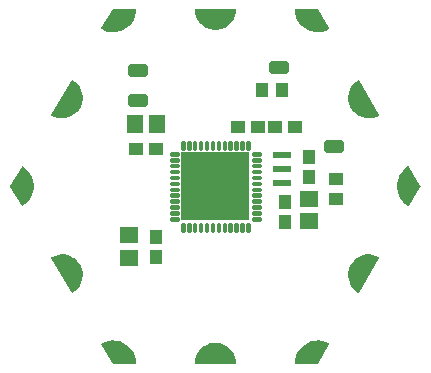
<source format=gbr>
G04 EAGLE Gerber RS-274X export*
G75*
%MOMM*%
%FSLAX34Y34*%
%LPD*%
%INSoldermask Bottom*%
%IPPOS*%
%AMOC8*
5,1,8,0,0,1.08239X$1,22.5*%
G01*
%ADD10R,1.101600X1.201600*%
%ADD11R,1.601600X1.401600*%
%ADD12C,0.225016*%
%ADD13R,5.801588X5.801588*%
%ADD14R,1.501597X0.501600*%
%ADD15R,1.401600X1.601600*%
%ADD16R,1.201600X1.101600*%
%ADD17C,0.605878*%
%ADD18C,1.101600*%

G36*
X363231Y195709D02*
X363231Y195709D01*
X363260Y195706D01*
X363327Y195728D01*
X363397Y195742D01*
X363421Y195759D01*
X363449Y195768D01*
X363502Y195815D01*
X363561Y195855D01*
X363577Y195879D01*
X363599Y195899D01*
X363630Y195963D01*
X363668Y196022D01*
X363673Y196051D01*
X363685Y196077D01*
X363694Y196177D01*
X363701Y196219D01*
X363698Y196229D01*
X363700Y196243D01*
X363468Y199041D01*
X363458Y199075D01*
X363454Y199123D01*
X362765Y201844D01*
X362750Y201876D01*
X362738Y201922D01*
X361610Y204494D01*
X361590Y204522D01*
X361571Y204566D01*
X360035Y206917D01*
X360011Y206941D01*
X359985Y206982D01*
X358083Y209047D01*
X358055Y209068D01*
X358022Y209103D01*
X355807Y210828D01*
X355776Y210843D01*
X355738Y210873D01*
X353268Y212209D01*
X353235Y212219D01*
X353193Y212242D01*
X352007Y212650D01*
X350553Y213149D01*
X350537Y213154D01*
X350503Y213159D01*
X350457Y213174D01*
X347688Y213636D01*
X347653Y213635D01*
X347606Y213643D01*
X344798Y213643D01*
X344764Y213636D01*
X344716Y213636D01*
X341947Y213174D01*
X341914Y213162D01*
X341867Y213154D01*
X339211Y212242D01*
X339181Y212225D01*
X339136Y212209D01*
X336666Y210873D01*
X336640Y210851D01*
X336597Y210828D01*
X334382Y209103D01*
X334359Y209077D01*
X334321Y209047D01*
X332419Y206982D01*
X332401Y206952D01*
X332369Y206917D01*
X330833Y204566D01*
X330820Y204534D01*
X330794Y204494D01*
X329666Y201922D01*
X329659Y201889D01*
X329656Y201882D01*
X329650Y201873D01*
X329649Y201867D01*
X329639Y201844D01*
X328950Y199123D01*
X328948Y199088D01*
X328936Y199041D01*
X328704Y196243D01*
X328708Y196214D01*
X328703Y196185D01*
X328720Y196116D01*
X328728Y196046D01*
X328742Y196020D01*
X328749Y195992D01*
X328791Y195935D01*
X328826Y195873D01*
X328850Y195855D01*
X328867Y195832D01*
X328928Y195796D01*
X328985Y195753D01*
X329013Y195745D01*
X329038Y195730D01*
X329136Y195714D01*
X329177Y195703D01*
X329188Y195705D01*
X329202Y195703D01*
X363202Y195703D01*
X363231Y195709D01*
G37*
G36*
X347640Y478768D02*
X347640Y478768D01*
X347688Y478768D01*
X350457Y479230D01*
X350490Y479242D01*
X350537Y479250D01*
X353193Y480162D01*
X353223Y480179D01*
X353268Y480195D01*
X355738Y481531D01*
X355764Y481553D01*
X355807Y481576D01*
X358022Y483301D01*
X358045Y483327D01*
X358083Y483357D01*
X359985Y485422D01*
X360003Y485452D01*
X360035Y485487D01*
X361571Y487838D01*
X361584Y487870D01*
X361610Y487910D01*
X362738Y490482D01*
X362745Y490515D01*
X362765Y490560D01*
X363454Y493281D01*
X363456Y493316D01*
X363468Y493363D01*
X363700Y496161D01*
X363696Y496190D01*
X363701Y496219D01*
X363685Y496288D01*
X363676Y496358D01*
X363662Y496384D01*
X363655Y496412D01*
X363613Y496469D01*
X363578Y496531D01*
X363554Y496549D01*
X363537Y496572D01*
X363476Y496608D01*
X363419Y496651D01*
X363391Y496659D01*
X363366Y496674D01*
X363268Y496690D01*
X363227Y496701D01*
X363216Y496699D01*
X363202Y496701D01*
X329202Y496701D01*
X329173Y496695D01*
X329144Y496698D01*
X329077Y496676D01*
X329007Y496662D01*
X328983Y496645D01*
X328955Y496636D01*
X328902Y496589D01*
X328843Y496549D01*
X328828Y496525D01*
X328806Y496505D01*
X328774Y496441D01*
X328736Y496382D01*
X328731Y496353D01*
X328719Y496327D01*
X328710Y496227D01*
X328703Y496185D01*
X328706Y496175D01*
X328704Y496161D01*
X328936Y493363D01*
X328946Y493329D01*
X328950Y493281D01*
X329639Y490560D01*
X329654Y490528D01*
X329666Y490482D01*
X330794Y487910D01*
X330814Y487882D01*
X330833Y487838D01*
X332369Y485487D01*
X332393Y485463D01*
X332419Y485422D01*
X334321Y483357D01*
X334349Y483336D01*
X334382Y483301D01*
X336597Y481576D01*
X336628Y481561D01*
X336666Y481531D01*
X339136Y480195D01*
X339169Y480185D01*
X339211Y480162D01*
X341867Y479250D01*
X341901Y479246D01*
X341947Y479230D01*
X344716Y478768D01*
X344751Y478769D01*
X344798Y478761D01*
X347606Y478761D01*
X347640Y478768D01*
G37*
G36*
X224809Y256012D02*
X224809Y256012D01*
X224880Y256009D01*
X224907Y256019D01*
X224936Y256021D01*
X225026Y256063D01*
X225066Y256078D01*
X225074Y256086D01*
X225087Y256092D01*
X227390Y257691D01*
X227414Y257717D01*
X227454Y257744D01*
X229463Y259701D01*
X229482Y259730D01*
X229517Y259763D01*
X231176Y262024D01*
X231191Y262055D01*
X231220Y262094D01*
X232484Y264597D01*
X232493Y264631D01*
X232515Y264674D01*
X233351Y267351D01*
X233354Y267385D01*
X233369Y267431D01*
X233752Y270210D01*
X233750Y270244D01*
X233756Y270292D01*
X233677Y273095D01*
X233669Y273129D01*
X233668Y273177D01*
X233129Y275929D01*
X233115Y275961D01*
X233106Y276009D01*
X232121Y278634D01*
X232106Y278659D01*
X232101Y278679D01*
X232093Y278690D01*
X232086Y278709D01*
X230682Y281137D01*
X230659Y281163D01*
X230635Y281205D01*
X228851Y283368D01*
X228824Y283390D01*
X228793Y283427D01*
X226677Y285268D01*
X226647Y285285D01*
X226611Y285317D01*
X224220Y286784D01*
X224188Y286795D01*
X224147Y286821D01*
X221548Y287874D01*
X221514Y287881D01*
X221469Y287899D01*
X218732Y288510D01*
X218697Y288511D01*
X218650Y288522D01*
X215850Y288674D01*
X215816Y288669D01*
X215768Y288672D01*
X212980Y288362D01*
X212947Y288351D01*
X212899Y288346D01*
X210201Y287581D01*
X210171Y287565D01*
X210124Y287552D01*
X207589Y286353D01*
X207565Y286336D01*
X207538Y286326D01*
X207486Y286277D01*
X207429Y286234D01*
X207415Y286209D01*
X207394Y286189D01*
X207365Y286124D01*
X207329Y286063D01*
X207326Y286034D01*
X207314Y286007D01*
X207313Y285936D01*
X207304Y285865D01*
X207312Y285837D01*
X207312Y285808D01*
X207346Y285715D01*
X207358Y285674D01*
X207365Y285665D01*
X207370Y285652D01*
X224370Y256252D01*
X224389Y256230D01*
X224402Y256204D01*
X224455Y256156D01*
X224502Y256103D01*
X224528Y256091D01*
X224550Y256071D01*
X224617Y256048D01*
X224681Y256018D01*
X224710Y256016D01*
X224738Y256007D01*
X224809Y256012D01*
G37*
G36*
X476588Y403735D02*
X476588Y403735D01*
X476636Y403732D01*
X479424Y404042D01*
X479457Y404053D01*
X479505Y404058D01*
X482203Y404823D01*
X482233Y404839D01*
X482280Y404852D01*
X484815Y406051D01*
X484839Y406068D01*
X484866Y406078D01*
X484918Y406127D01*
X484975Y406170D01*
X484989Y406195D01*
X485011Y406215D01*
X485039Y406280D01*
X485075Y406342D01*
X485078Y406370D01*
X485090Y406397D01*
X485091Y406468D01*
X485100Y406539D01*
X485092Y406567D01*
X485092Y406596D01*
X485058Y406689D01*
X485046Y406730D01*
X485039Y406739D01*
X485034Y406752D01*
X468034Y436152D01*
X468015Y436174D01*
X468002Y436200D01*
X467949Y436248D01*
X467902Y436301D01*
X467876Y436313D01*
X467854Y436333D01*
X467787Y436356D01*
X467723Y436386D01*
X467694Y436388D01*
X467666Y436397D01*
X467595Y436392D01*
X467524Y436395D01*
X467497Y436385D01*
X467468Y436383D01*
X467378Y436341D01*
X467338Y436326D01*
X467330Y436318D01*
X467317Y436312D01*
X465014Y434713D01*
X464990Y434688D01*
X464950Y434660D01*
X462941Y432703D01*
X462922Y432674D01*
X462887Y432641D01*
X461228Y430380D01*
X461213Y430349D01*
X461184Y430310D01*
X459920Y427807D01*
X459911Y427773D01*
X459889Y427730D01*
X459053Y425053D01*
X459050Y425019D01*
X459035Y424973D01*
X458652Y422194D01*
X458654Y422160D01*
X458648Y422112D01*
X458727Y419309D01*
X458735Y419275D01*
X458736Y419227D01*
X459275Y416475D01*
X459289Y416443D01*
X459298Y416395D01*
X460283Y413770D01*
X460301Y413740D01*
X460318Y413695D01*
X461722Y411267D01*
X461745Y411241D01*
X461769Y411200D01*
X463553Y409036D01*
X463580Y409014D01*
X463611Y408977D01*
X465727Y407136D01*
X465757Y407119D01*
X465793Y407088D01*
X468184Y405620D01*
X468216Y405609D01*
X468257Y405583D01*
X470856Y404530D01*
X470890Y404523D01*
X470935Y404505D01*
X473672Y403894D01*
X473707Y403893D01*
X473754Y403882D01*
X476554Y403730D01*
X476588Y403735D01*
G37*
G36*
X467628Y256013D02*
X467628Y256013D01*
X467699Y256012D01*
X467726Y256023D01*
X467755Y256027D01*
X467817Y256061D01*
X467882Y256089D01*
X467903Y256110D01*
X467928Y256124D01*
X467991Y256200D01*
X468021Y256231D01*
X468025Y256241D01*
X468034Y256252D01*
X485034Y285652D01*
X485043Y285680D01*
X485060Y285704D01*
X485075Y285773D01*
X485097Y285841D01*
X485095Y285870D01*
X485101Y285898D01*
X485088Y285968D01*
X485082Y286039D01*
X485069Y286065D01*
X485063Y286093D01*
X485023Y286152D01*
X484991Y286215D01*
X484968Y286234D01*
X484952Y286258D01*
X484870Y286315D01*
X484837Y286342D01*
X484827Y286345D01*
X484815Y286353D01*
X482280Y287552D01*
X482246Y287560D01*
X482203Y287581D01*
X479505Y288346D01*
X479470Y288348D01*
X479424Y288362D01*
X476636Y288672D01*
X476602Y288669D01*
X476554Y288674D01*
X473754Y288522D01*
X473720Y288513D01*
X473672Y288510D01*
X470935Y287899D01*
X470903Y287885D01*
X470856Y287874D01*
X468257Y286821D01*
X468228Y286802D01*
X468184Y286784D01*
X465793Y285317D01*
X465768Y285293D01*
X465727Y285268D01*
X463611Y283427D01*
X463590Y283400D01*
X463553Y283368D01*
X461769Y281205D01*
X461753Y281174D01*
X461722Y281137D01*
X460318Y278709D01*
X460307Y278676D01*
X460300Y278663D01*
X460290Y278649D01*
X460290Y278646D01*
X460283Y278634D01*
X459298Y276009D01*
X459292Y275974D01*
X459275Y275929D01*
X458736Y273177D01*
X458736Y273143D01*
X458727Y273095D01*
X458648Y270292D01*
X458654Y270258D01*
X458652Y270210D01*
X459035Y267431D01*
X459047Y267399D01*
X459053Y267351D01*
X459889Y264674D01*
X459906Y264643D01*
X459920Y264597D01*
X461184Y262094D01*
X461206Y262067D01*
X461228Y262024D01*
X462887Y259763D01*
X462913Y259740D01*
X462941Y259701D01*
X464950Y257744D01*
X464979Y257725D01*
X465014Y257691D01*
X467317Y256092D01*
X467344Y256080D01*
X467367Y256062D01*
X467435Y256041D01*
X467500Y256013D01*
X467529Y256013D01*
X467557Y256005D01*
X467628Y256013D01*
G37*
G36*
X218650Y403882D02*
X218650Y403882D01*
X218684Y403891D01*
X218732Y403894D01*
X221469Y404505D01*
X221501Y404519D01*
X221548Y404530D01*
X224147Y405583D01*
X224176Y405602D01*
X224220Y405620D01*
X226611Y407088D01*
X226636Y407111D01*
X226677Y407136D01*
X228793Y408977D01*
X228814Y409004D01*
X228851Y409036D01*
X230635Y411200D01*
X230651Y411230D01*
X230682Y411267D01*
X232086Y413695D01*
X232097Y413728D01*
X232121Y413770D01*
X233106Y416395D01*
X233112Y416430D01*
X233129Y416475D01*
X233668Y419227D01*
X233668Y419262D01*
X233677Y419309D01*
X233756Y422112D01*
X233751Y422146D01*
X233752Y422194D01*
X233369Y424973D01*
X233357Y425005D01*
X233351Y425053D01*
X232515Y427730D01*
X232498Y427761D01*
X232484Y427807D01*
X231220Y430310D01*
X231198Y430337D01*
X231176Y430380D01*
X229517Y432641D01*
X229491Y432664D01*
X229463Y432703D01*
X227454Y434660D01*
X227425Y434679D01*
X227390Y434713D01*
X225087Y436312D01*
X225060Y436324D01*
X225037Y436342D01*
X224969Y436363D01*
X224904Y436391D01*
X224875Y436391D01*
X224847Y436399D01*
X224776Y436391D01*
X224705Y436392D01*
X224678Y436381D01*
X224649Y436377D01*
X224587Y436343D01*
X224522Y436315D01*
X224501Y436294D01*
X224476Y436280D01*
X224413Y436204D01*
X224383Y436173D01*
X224379Y436163D01*
X224370Y436152D01*
X207370Y406752D01*
X207361Y406724D01*
X207344Y406700D01*
X207329Y406631D01*
X207307Y406563D01*
X207309Y406534D01*
X207303Y406506D01*
X207316Y406436D01*
X207322Y406365D01*
X207335Y406339D01*
X207341Y406311D01*
X207381Y406252D01*
X207413Y406189D01*
X207436Y406170D01*
X207452Y406146D01*
X207534Y406089D01*
X207567Y406062D01*
X207577Y406059D01*
X207589Y406051D01*
X210124Y404852D01*
X210158Y404844D01*
X210201Y404823D01*
X212899Y404058D01*
X212934Y404056D01*
X212980Y404042D01*
X215768Y403732D01*
X215802Y403735D01*
X215850Y403730D01*
X218650Y403882D01*
G37*
G36*
X509929Y329213D02*
X509929Y329213D01*
X510000Y329213D01*
X510027Y329224D01*
X510056Y329227D01*
X510118Y329262D01*
X510183Y329290D01*
X510204Y329310D01*
X510229Y329325D01*
X510292Y329402D01*
X510322Y329432D01*
X510326Y329442D01*
X510335Y329453D01*
X519835Y345953D01*
X519845Y345985D01*
X519854Y345998D01*
X519858Y346022D01*
X519859Y346026D01*
X519890Y346096D01*
X519890Y346120D01*
X519898Y346142D01*
X519892Y346218D01*
X519893Y346295D01*
X519883Y346319D01*
X519882Y346340D01*
X519861Y346379D01*
X519835Y346451D01*
X510335Y362951D01*
X510316Y362973D01*
X510303Y362999D01*
X510250Y363047D01*
X510203Y363100D01*
X510177Y363113D01*
X510156Y363132D01*
X510088Y363155D01*
X510024Y363186D01*
X509995Y363188D01*
X509968Y363197D01*
X509896Y363192D01*
X509825Y363195D01*
X509798Y363185D01*
X509769Y363183D01*
X509679Y363141D01*
X509639Y363126D01*
X509631Y363119D01*
X509618Y363113D01*
X507095Y361371D01*
X507071Y361347D01*
X507033Y361320D01*
X504821Y359196D01*
X504802Y359168D01*
X504768Y359136D01*
X502926Y356685D01*
X502912Y356654D01*
X502883Y356617D01*
X501458Y353902D01*
X501449Y353871D01*
X501433Y353846D01*
X501432Y353838D01*
X501427Y353828D01*
X500456Y350920D01*
X500452Y350886D01*
X500437Y350842D01*
X499945Y347815D01*
X499946Y347781D01*
X499938Y347735D01*
X499938Y344669D01*
X499939Y344665D01*
X499939Y344663D01*
X499945Y344636D01*
X499945Y344589D01*
X500437Y341562D01*
X500449Y341531D01*
X500456Y341484D01*
X501427Y338576D01*
X501444Y338547D01*
X501458Y338502D01*
X502883Y335787D01*
X502905Y335761D01*
X502926Y335719D01*
X504768Y333268D01*
X504793Y333245D01*
X504821Y333208D01*
X507033Y331084D01*
X507061Y331066D01*
X507095Y331033D01*
X509618Y329291D01*
X509645Y329280D01*
X509667Y329261D01*
X509736Y329241D01*
X509801Y329213D01*
X509830Y329213D01*
X509858Y329205D01*
X509929Y329213D01*
G37*
G36*
X182508Y329212D02*
X182508Y329212D01*
X182579Y329209D01*
X182606Y329219D01*
X182635Y329221D01*
X182725Y329263D01*
X182765Y329278D01*
X182773Y329285D01*
X182786Y329291D01*
X185309Y331033D01*
X185333Y331057D01*
X185371Y331084D01*
X187583Y333208D01*
X187602Y333236D01*
X187636Y333268D01*
X189478Y335719D01*
X189492Y335750D01*
X189521Y335787D01*
X190946Y338502D01*
X190955Y338535D01*
X190977Y338576D01*
X191948Y341484D01*
X191952Y341518D01*
X191967Y341562D01*
X192459Y344589D01*
X192458Y344623D01*
X192466Y344669D01*
X192466Y347735D01*
X192459Y347768D01*
X192459Y347815D01*
X191967Y350842D01*
X191955Y350873D01*
X191948Y350920D01*
X190977Y353828D01*
X190964Y353851D01*
X190958Y353876D01*
X190951Y353885D01*
X190946Y353902D01*
X189521Y356617D01*
X189499Y356643D01*
X189478Y356685D01*
X187636Y359136D01*
X187611Y359159D01*
X187583Y359196D01*
X185371Y361320D01*
X185343Y361338D01*
X185309Y361371D01*
X182786Y363113D01*
X182759Y363124D01*
X182737Y363143D01*
X182668Y363163D01*
X182603Y363191D01*
X182574Y363191D01*
X182546Y363199D01*
X182475Y363191D01*
X182404Y363192D01*
X182377Y363180D01*
X182348Y363177D01*
X182286Y363142D01*
X182221Y363114D01*
X182200Y363094D01*
X182175Y363079D01*
X182112Y363002D01*
X182082Y362972D01*
X182078Y362962D01*
X182069Y362951D01*
X172569Y346451D01*
X172545Y346378D01*
X172514Y346308D01*
X172514Y346284D01*
X172506Y346262D01*
X172513Y346186D01*
X172512Y346109D01*
X172521Y346085D01*
X172522Y346064D01*
X172543Y346025D01*
X172562Y345973D01*
X172563Y345967D01*
X172565Y345965D01*
X172569Y345953D01*
X182069Y329453D01*
X182088Y329431D01*
X182101Y329405D01*
X182154Y329357D01*
X182201Y329304D01*
X182227Y329291D01*
X182249Y329272D01*
X182316Y329249D01*
X182380Y329218D01*
X182409Y329217D01*
X182436Y329207D01*
X182508Y329212D01*
G37*
G36*
X432878Y195718D02*
X432878Y195718D01*
X432956Y195727D01*
X432975Y195738D01*
X432997Y195742D01*
X433061Y195786D01*
X433129Y195825D01*
X433145Y195844D01*
X433161Y195855D01*
X433185Y195893D01*
X433235Y195953D01*
X442735Y212453D01*
X442744Y212480D01*
X442760Y212504D01*
X442775Y212574D01*
X442798Y212642D01*
X442795Y212670D01*
X442801Y212698D01*
X442788Y212769D01*
X442782Y212840D01*
X442769Y212865D01*
X442763Y212893D01*
X442723Y212953D01*
X442690Y213016D01*
X442668Y213034D01*
X442652Y213058D01*
X442569Y213116D01*
X442537Y213143D01*
X442526Y213146D01*
X442516Y213153D01*
X439750Y214462D01*
X439717Y214470D01*
X439674Y214490D01*
X436734Y215338D01*
X436700Y215341D01*
X436656Y215354D01*
X433618Y215719D01*
X433584Y215716D01*
X433537Y215722D01*
X430480Y215595D01*
X430447Y215587D01*
X430400Y215586D01*
X427403Y214970D01*
X427372Y214957D01*
X427326Y214948D01*
X424466Y213859D01*
X424438Y213841D01*
X424394Y213825D01*
X421746Y212291D01*
X421720Y212269D01*
X421680Y212246D01*
X419312Y210308D01*
X419290Y210281D01*
X419254Y210252D01*
X417227Y207959D01*
X417211Y207930D01*
X417179Y207895D01*
X415547Y205307D01*
X415535Y205275D01*
X415510Y205236D01*
X414314Y202419D01*
X414307Y202386D01*
X414304Y202379D01*
X414300Y202373D01*
X414299Y202367D01*
X414288Y202343D01*
X413560Y199371D01*
X413558Y199337D01*
X413547Y199292D01*
X413304Y196242D01*
X413308Y196213D01*
X413303Y196185D01*
X413320Y196116D01*
X413328Y196044D01*
X413343Y196020D01*
X413349Y195992D01*
X413392Y195934D01*
X413428Y195872D01*
X413450Y195855D01*
X413467Y195832D01*
X413529Y195795D01*
X413586Y195752D01*
X413614Y195745D01*
X413638Y195730D01*
X413738Y195714D01*
X413779Y195703D01*
X413789Y195705D01*
X413802Y195703D01*
X432802Y195703D01*
X432878Y195718D01*
G37*
G36*
X433571Y476687D02*
X433571Y476687D01*
X433618Y476685D01*
X436656Y477050D01*
X436688Y477061D01*
X436734Y477066D01*
X439674Y477914D01*
X439704Y477930D01*
X439750Y477942D01*
X442516Y479251D01*
X442538Y479268D01*
X442565Y479278D01*
X442617Y479327D01*
X442675Y479370D01*
X442689Y479395D01*
X442710Y479414D01*
X442739Y479480D01*
X442775Y479542D01*
X442778Y479570D01*
X442790Y479596D01*
X442791Y479668D01*
X442800Y479739D01*
X442792Y479766D01*
X442793Y479795D01*
X442757Y479890D01*
X442746Y479930D01*
X442739Y479939D01*
X442735Y479951D01*
X433235Y496451D01*
X433183Y496510D01*
X433137Y496572D01*
X433118Y496583D01*
X433103Y496600D01*
X433033Y496634D01*
X432966Y496674D01*
X432942Y496678D01*
X432924Y496686D01*
X432879Y496688D01*
X432802Y496701D01*
X413802Y496701D01*
X413774Y496696D01*
X413746Y496698D01*
X413678Y496676D01*
X413607Y496662D01*
X413584Y496646D01*
X413557Y496637D01*
X413502Y496590D01*
X413443Y496549D01*
X413428Y496525D01*
X413407Y496507D01*
X413375Y496442D01*
X413336Y496382D01*
X413331Y496354D01*
X413319Y496328D01*
X413310Y496227D01*
X413303Y496185D01*
X413305Y496175D01*
X413304Y496162D01*
X413547Y493112D01*
X413556Y493080D01*
X413560Y493033D01*
X414288Y490061D01*
X414303Y490030D01*
X414314Y489985D01*
X415510Y487168D01*
X415529Y487140D01*
X415547Y487097D01*
X417179Y484509D01*
X417203Y484485D01*
X417227Y484445D01*
X419254Y482152D01*
X419281Y482132D01*
X419312Y482096D01*
X421680Y480158D01*
X421710Y480142D01*
X421746Y480113D01*
X424394Y478580D01*
X424426Y478569D01*
X424466Y478545D01*
X427326Y477457D01*
X427359Y477451D01*
X427403Y477434D01*
X430400Y476818D01*
X430434Y476818D01*
X430480Y476809D01*
X433537Y476682D01*
X433571Y476687D01*
G37*
G36*
X278630Y195708D02*
X278630Y195708D01*
X278658Y195706D01*
X278726Y195728D01*
X278797Y195742D01*
X278820Y195758D01*
X278847Y195767D01*
X278902Y195814D01*
X278961Y195855D01*
X278976Y195879D01*
X278998Y195897D01*
X279029Y195962D01*
X279068Y196022D01*
X279073Y196050D01*
X279085Y196076D01*
X279094Y196177D01*
X279101Y196219D01*
X279099Y196229D01*
X279100Y196242D01*
X278857Y199292D01*
X278848Y199324D01*
X278844Y199371D01*
X278116Y202343D01*
X278101Y202374D01*
X278090Y202419D01*
X276894Y205236D01*
X276875Y205264D01*
X276857Y205307D01*
X275225Y207895D01*
X275201Y207919D01*
X275177Y207959D01*
X273150Y210252D01*
X273123Y210272D01*
X273092Y210308D01*
X270725Y212246D01*
X270694Y212262D01*
X270658Y212291D01*
X268010Y213825D01*
X267978Y213835D01*
X267938Y213859D01*
X265078Y214948D01*
X265045Y214953D01*
X265001Y214970D01*
X262004Y215586D01*
X261970Y215586D01*
X261924Y215595D01*
X258867Y215722D01*
X258833Y215717D01*
X258786Y215719D01*
X255748Y215354D01*
X255716Y215343D01*
X255670Y215338D01*
X252730Y214490D01*
X252700Y214474D01*
X252655Y214462D01*
X249889Y213153D01*
X249866Y213136D01*
X249839Y213126D01*
X249787Y213077D01*
X249729Y213034D01*
X249715Y213009D01*
X249694Y212990D01*
X249665Y212924D01*
X249629Y212862D01*
X249626Y212834D01*
X249614Y212808D01*
X249613Y212736D01*
X249604Y212665D01*
X249612Y212638D01*
X249612Y212609D01*
X249647Y212514D01*
X249658Y212474D01*
X249665Y212465D01*
X249669Y212453D01*
X259169Y195953D01*
X259221Y195895D01*
X259267Y195832D01*
X259286Y195821D01*
X259301Y195804D01*
X259371Y195770D01*
X259438Y195730D01*
X259463Y195726D01*
X259480Y195718D01*
X259525Y195716D01*
X259602Y195703D01*
X278602Y195703D01*
X278630Y195708D01*
G37*
G36*
X261924Y476809D02*
X261924Y476809D01*
X261957Y476817D01*
X262004Y476818D01*
X265001Y477434D01*
X265032Y477447D01*
X265078Y477457D01*
X267938Y478545D01*
X267967Y478563D01*
X268010Y478580D01*
X270658Y480113D01*
X270684Y480135D01*
X270725Y480158D01*
X273092Y482096D01*
X273114Y482123D01*
X273150Y482152D01*
X275177Y484445D01*
X275194Y484474D01*
X275225Y484509D01*
X276857Y487097D01*
X276869Y487129D01*
X276894Y487168D01*
X278090Y489985D01*
X278097Y490018D01*
X278116Y490061D01*
X278844Y493033D01*
X278846Y493067D01*
X278857Y493112D01*
X279100Y496162D01*
X279096Y496191D01*
X279101Y496219D01*
X279084Y496288D01*
X279076Y496360D01*
X279062Y496384D01*
X279055Y496412D01*
X279012Y496470D01*
X278977Y496532D01*
X278954Y496549D01*
X278937Y496572D01*
X278875Y496609D01*
X278818Y496652D01*
X278790Y496659D01*
X278766Y496674D01*
X278666Y496690D01*
X278625Y496701D01*
X278615Y496699D01*
X278602Y496701D01*
X259602Y496701D01*
X259526Y496686D01*
X259448Y496677D01*
X259429Y496666D01*
X259407Y496662D01*
X259343Y496618D01*
X259275Y496579D01*
X259259Y496560D01*
X259243Y496549D01*
X259219Y496511D01*
X259169Y496451D01*
X249669Y479951D01*
X249660Y479924D01*
X249644Y479900D01*
X249629Y479830D01*
X249606Y479762D01*
X249609Y479734D01*
X249603Y479706D01*
X249617Y479636D01*
X249622Y479564D01*
X249635Y479539D01*
X249641Y479511D01*
X249681Y479451D01*
X249714Y479388D01*
X249736Y479370D01*
X249752Y479346D01*
X249835Y479288D01*
X249867Y479261D01*
X249878Y479258D01*
X249889Y479251D01*
X252655Y477942D01*
X252688Y477934D01*
X252730Y477914D01*
X255670Y477066D01*
X255704Y477063D01*
X255748Y477050D01*
X258786Y476685D01*
X258820Y476688D01*
X258867Y476682D01*
X261924Y476809D01*
G37*
D10*
X425613Y353869D03*
X425613Y370869D03*
D11*
X425630Y316777D03*
X425630Y335777D03*
D12*
X377819Y373069D02*
X377819Y374335D01*
X383585Y374335D01*
X383585Y373069D01*
X377819Y373069D01*
X377819Y369335D02*
X377819Y368069D01*
X377819Y369335D02*
X383585Y369335D01*
X383585Y368069D01*
X377819Y368069D01*
X377819Y364335D02*
X377819Y363069D01*
X377819Y364335D02*
X383585Y364335D01*
X383585Y363069D01*
X377819Y363069D01*
X377819Y359335D02*
X377819Y358069D01*
X377819Y359335D02*
X383585Y359335D01*
X383585Y358069D01*
X377819Y358069D01*
X377819Y354335D02*
X377819Y353069D01*
X377819Y354335D02*
X383585Y354335D01*
X383585Y353069D01*
X377819Y353069D01*
X377819Y349335D02*
X377819Y348069D01*
X377819Y349335D02*
X383585Y349335D01*
X383585Y348069D01*
X377819Y348069D01*
X377819Y344335D02*
X377819Y343069D01*
X377819Y344335D02*
X383585Y344335D01*
X383585Y343069D01*
X377819Y343069D01*
X377819Y339335D02*
X377819Y338069D01*
X377819Y339335D02*
X383585Y339335D01*
X383585Y338069D01*
X377819Y338069D01*
X377819Y334335D02*
X377819Y333069D01*
X377819Y334335D02*
X383585Y334335D01*
X383585Y333069D01*
X377819Y333069D01*
X377819Y329335D02*
X377819Y328069D01*
X377819Y329335D02*
X383585Y329335D01*
X383585Y328069D01*
X377819Y328069D01*
X377819Y324335D02*
X377819Y323069D01*
X377819Y324335D02*
X383585Y324335D01*
X383585Y323069D01*
X377819Y323069D01*
X377819Y319335D02*
X377819Y318069D01*
X377819Y319335D02*
X383585Y319335D01*
X383585Y318069D01*
X377819Y318069D01*
X374335Y314585D02*
X373069Y314585D01*
X374335Y314585D02*
X374335Y308819D01*
X373069Y308819D01*
X373069Y314585D01*
X373069Y310956D02*
X374335Y310956D01*
X374335Y313093D02*
X373069Y313093D01*
X369335Y314585D02*
X368069Y314585D01*
X369335Y314585D02*
X369335Y308819D01*
X368069Y308819D01*
X368069Y314585D01*
X368069Y310956D02*
X369335Y310956D01*
X369335Y313093D02*
X368069Y313093D01*
X364335Y314585D02*
X363069Y314585D01*
X364335Y314585D02*
X364335Y308819D01*
X363069Y308819D01*
X363069Y314585D01*
X363069Y310956D02*
X364335Y310956D01*
X364335Y313093D02*
X363069Y313093D01*
X359335Y314585D02*
X358069Y314585D01*
X359335Y314585D02*
X359335Y308819D01*
X358069Y308819D01*
X358069Y314585D01*
X358069Y310956D02*
X359335Y310956D01*
X359335Y313093D02*
X358069Y313093D01*
X354335Y314585D02*
X353069Y314585D01*
X354335Y314585D02*
X354335Y308819D01*
X353069Y308819D01*
X353069Y314585D01*
X353069Y310956D02*
X354335Y310956D01*
X354335Y313093D02*
X353069Y313093D01*
X349335Y314585D02*
X348069Y314585D01*
X349335Y314585D02*
X349335Y308819D01*
X348069Y308819D01*
X348069Y314585D01*
X348069Y310956D02*
X349335Y310956D01*
X349335Y313093D02*
X348069Y313093D01*
X344335Y314585D02*
X343069Y314585D01*
X344335Y314585D02*
X344335Y308819D01*
X343069Y308819D01*
X343069Y314585D01*
X343069Y310956D02*
X344335Y310956D01*
X344335Y313093D02*
X343069Y313093D01*
X339335Y314585D02*
X338069Y314585D01*
X339335Y314585D02*
X339335Y308819D01*
X338069Y308819D01*
X338069Y314585D01*
X338069Y310956D02*
X339335Y310956D01*
X339335Y313093D02*
X338069Y313093D01*
X334335Y314585D02*
X333069Y314585D01*
X334335Y314585D02*
X334335Y308819D01*
X333069Y308819D01*
X333069Y314585D01*
X333069Y310956D02*
X334335Y310956D01*
X334335Y313093D02*
X333069Y313093D01*
X329335Y314585D02*
X328069Y314585D01*
X329335Y314585D02*
X329335Y308819D01*
X328069Y308819D01*
X328069Y314585D01*
X328069Y310956D02*
X329335Y310956D01*
X329335Y313093D02*
X328069Y313093D01*
X324335Y314585D02*
X323069Y314585D01*
X324335Y314585D02*
X324335Y308819D01*
X323069Y308819D01*
X323069Y314585D01*
X323069Y310956D02*
X324335Y310956D01*
X324335Y313093D02*
X323069Y313093D01*
X319335Y314585D02*
X318069Y314585D01*
X319335Y314585D02*
X319335Y308819D01*
X318069Y308819D01*
X318069Y314585D01*
X318069Y310956D02*
X319335Y310956D01*
X319335Y313093D02*
X318069Y313093D01*
X314585Y318069D02*
X314585Y319335D01*
X314585Y318069D02*
X308819Y318069D01*
X308819Y319335D01*
X314585Y319335D01*
X314585Y323069D02*
X314585Y324335D01*
X314585Y323069D02*
X308819Y323069D01*
X308819Y324335D01*
X314585Y324335D01*
X314585Y328069D02*
X314585Y329335D01*
X314585Y328069D02*
X308819Y328069D01*
X308819Y329335D01*
X314585Y329335D01*
X314585Y333069D02*
X314585Y334335D01*
X314585Y333069D02*
X308819Y333069D01*
X308819Y334335D01*
X314585Y334335D01*
X314585Y338069D02*
X314585Y339335D01*
X314585Y338069D02*
X308819Y338069D01*
X308819Y339335D01*
X314585Y339335D01*
X314585Y343069D02*
X314585Y344335D01*
X314585Y343069D02*
X308819Y343069D01*
X308819Y344335D01*
X314585Y344335D01*
X314585Y348069D02*
X314585Y349335D01*
X314585Y348069D02*
X308819Y348069D01*
X308819Y349335D01*
X314585Y349335D01*
X314585Y353069D02*
X314585Y354335D01*
X314585Y353069D02*
X308819Y353069D01*
X308819Y354335D01*
X314585Y354335D01*
X314585Y358069D02*
X314585Y359335D01*
X314585Y358069D02*
X308819Y358069D01*
X308819Y359335D01*
X314585Y359335D01*
X314585Y363069D02*
X314585Y364335D01*
X314585Y363069D02*
X308819Y363069D01*
X308819Y364335D01*
X314585Y364335D01*
X314585Y368069D02*
X314585Y369335D01*
X314585Y368069D02*
X308819Y368069D01*
X308819Y369335D01*
X314585Y369335D01*
X314585Y373069D02*
X314585Y374335D01*
X314585Y373069D02*
X308819Y373069D01*
X308819Y374335D01*
X314585Y374335D01*
X318069Y377819D02*
X319335Y377819D01*
X318069Y377819D02*
X318069Y383585D01*
X319335Y383585D01*
X319335Y377819D01*
X319335Y379956D02*
X318069Y379956D01*
X318069Y382093D02*
X319335Y382093D01*
X323069Y377819D02*
X324335Y377819D01*
X323069Y377819D02*
X323069Y383585D01*
X324335Y383585D01*
X324335Y377819D01*
X324335Y379956D02*
X323069Y379956D01*
X323069Y382093D02*
X324335Y382093D01*
X328069Y377819D02*
X329335Y377819D01*
X328069Y377819D02*
X328069Y383585D01*
X329335Y383585D01*
X329335Y377819D01*
X329335Y379956D02*
X328069Y379956D01*
X328069Y382093D02*
X329335Y382093D01*
X333069Y377819D02*
X334335Y377819D01*
X333069Y377819D02*
X333069Y383585D01*
X334335Y383585D01*
X334335Y377819D01*
X334335Y379956D02*
X333069Y379956D01*
X333069Y382093D02*
X334335Y382093D01*
X338069Y377819D02*
X339335Y377819D01*
X338069Y377819D02*
X338069Y383585D01*
X339335Y383585D01*
X339335Y377819D01*
X339335Y379956D02*
X338069Y379956D01*
X338069Y382093D02*
X339335Y382093D01*
X343069Y377819D02*
X344335Y377819D01*
X343069Y377819D02*
X343069Y383585D01*
X344335Y383585D01*
X344335Y377819D01*
X344335Y379956D02*
X343069Y379956D01*
X343069Y382093D02*
X344335Y382093D01*
X348069Y377819D02*
X349335Y377819D01*
X348069Y377819D02*
X348069Y383585D01*
X349335Y383585D01*
X349335Y377819D01*
X349335Y379956D02*
X348069Y379956D01*
X348069Y382093D02*
X349335Y382093D01*
X353069Y377819D02*
X354335Y377819D01*
X353069Y377819D02*
X353069Y383585D01*
X354335Y383585D01*
X354335Y377819D01*
X354335Y379956D02*
X353069Y379956D01*
X353069Y382093D02*
X354335Y382093D01*
X358069Y377819D02*
X359335Y377819D01*
X358069Y377819D02*
X358069Y383585D01*
X359335Y383585D01*
X359335Y377819D01*
X359335Y379956D02*
X358069Y379956D01*
X358069Y382093D02*
X359335Y382093D01*
X363069Y377819D02*
X364335Y377819D01*
X363069Y377819D02*
X363069Y383585D01*
X364335Y383585D01*
X364335Y377819D01*
X364335Y379956D02*
X363069Y379956D01*
X363069Y382093D02*
X364335Y382093D01*
X368069Y377819D02*
X369335Y377819D01*
X368069Y377819D02*
X368069Y383585D01*
X369335Y383585D01*
X369335Y377819D01*
X369335Y379956D02*
X368069Y379956D01*
X368069Y382093D02*
X369335Y382093D01*
X373069Y377819D02*
X374335Y377819D01*
X373069Y377819D02*
X373069Y383585D01*
X374335Y383585D01*
X374335Y377819D01*
X374335Y379956D02*
X373069Y379956D01*
X373069Y382093D02*
X374335Y382093D01*
D13*
X346202Y346202D03*
D14*
X402776Y372693D03*
X402776Y360693D03*
X402776Y348693D03*
D10*
X402736Y427787D03*
X385736Y427787D03*
D15*
X296823Y398894D03*
X277823Y398894D03*
D11*
X273101Y304610D03*
X273101Y285610D03*
D10*
X405270Y316330D03*
X405270Y333330D03*
D16*
X295952Y378041D03*
X278952Y378041D03*
D10*
X295605Y303127D03*
X295605Y286127D03*
D16*
X382642Y396862D03*
X365642Y396862D03*
X396579Y396761D03*
X413579Y396761D03*
X448196Y352734D03*
X448196Y335734D03*
D17*
X285489Y417180D02*
X274531Y417180D01*
X274531Y422138D01*
X285489Y422138D01*
X285489Y417180D01*
X285489Y447538D02*
X274531Y447538D01*
X285489Y447538D02*
X285489Y442580D01*
X274531Y442580D01*
X274531Y447538D01*
X394520Y449671D02*
X405478Y449671D01*
X405478Y444713D01*
X394520Y444713D01*
X394520Y449671D01*
X440431Y382755D02*
X451389Y382755D01*
X451389Y377797D01*
X440431Y377797D01*
X440431Y382755D01*
D18*
X428802Y489302D03*
X511402Y346202D03*
X428802Y203102D03*
X263602Y203102D03*
X181002Y346202D03*
X263602Y489302D03*
X470102Y417702D03*
X470102Y274702D03*
X346202Y203102D03*
X222302Y274702D03*
X222302Y417702D03*
X346202Y489302D03*
M02*

</source>
